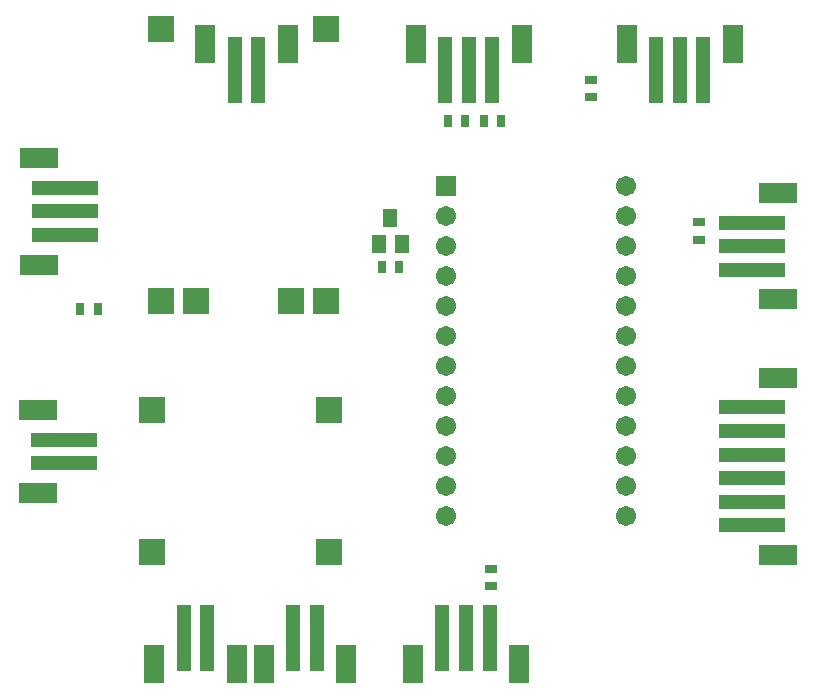
<source format=gts>
G04*
G04 #@! TF.GenerationSoftware,Altium Limited,Altium Designer,19.0.9 (268)*
G04*
G04 Layer_Color=8388736*
%FSLAX25Y25*%
%MOIN*%
G70*
G01*
G75*
%ADD15R,0.04737X0.06312*%
%ADD16R,0.12611X0.07099*%
%ADD17R,0.22453X0.04737*%
%ADD18R,0.07099X0.12611*%
%ADD19R,0.04737X0.22453*%
%ADD20R,0.02965X0.04343*%
%ADD21R,0.04343X0.02965*%
%ADD22C,0.06706*%
%ADD23R,0.06706X0.06706*%
%ADD24R,0.08674X0.08674*%
D15*
X123760Y153169D02*
D03*
X131240D02*
D03*
X127500Y161831D02*
D03*
D16*
X256831Y108528D02*
D03*
Y49472D02*
D03*
X10289Y181717D02*
D03*
Y146283D02*
D03*
X256831Y134658D02*
D03*
Y170091D02*
D03*
X10169Y97780D02*
D03*
Y70221D02*
D03*
D17*
X248169Y98685D02*
D03*
Y90811D02*
D03*
Y82937D02*
D03*
Y59315D02*
D03*
Y67189D02*
D03*
Y75063D02*
D03*
X18950Y171874D02*
D03*
Y164000D02*
D03*
Y156126D02*
D03*
X248169Y144500D02*
D03*
Y152374D02*
D03*
Y160248D02*
D03*
X18831Y80063D02*
D03*
Y87937D02*
D03*
D18*
X170433Y13000D02*
D03*
X135000D02*
D03*
X206283Y219831D02*
D03*
X241717D02*
D03*
X135909D02*
D03*
X171343D02*
D03*
X112779Y13000D02*
D03*
X85220D02*
D03*
X48720D02*
D03*
X76279D02*
D03*
X65720Y219831D02*
D03*
X93279D02*
D03*
D19*
X160591Y21661D02*
D03*
X152717D02*
D03*
X144843D02*
D03*
X216126Y211169D02*
D03*
X224000D02*
D03*
X231874D02*
D03*
X145752D02*
D03*
X153626D02*
D03*
X161500D02*
D03*
X95063Y21661D02*
D03*
X102937D02*
D03*
X66437D02*
D03*
X58563D02*
D03*
X83437Y211169D02*
D03*
X75563D02*
D03*
D20*
X29953Y131500D02*
D03*
X24047D02*
D03*
X146547Y194000D02*
D03*
X152453D02*
D03*
X164453D02*
D03*
X158547D02*
D03*
X124547Y145500D02*
D03*
X130453D02*
D03*
D21*
X230500Y154547D02*
D03*
Y160453D02*
D03*
X194500Y202047D02*
D03*
Y207953D02*
D03*
X161000Y44953D02*
D03*
Y39047D02*
D03*
D22*
X206000Y172500D02*
D03*
Y162500D02*
D03*
Y152500D02*
D03*
Y142500D02*
D03*
Y132500D02*
D03*
Y122500D02*
D03*
Y112500D02*
D03*
Y102500D02*
D03*
Y92500D02*
D03*
Y82500D02*
D03*
Y72500D02*
D03*
Y62500D02*
D03*
X146000D02*
D03*
Y72500D02*
D03*
Y82500D02*
D03*
Y92500D02*
D03*
Y102500D02*
D03*
Y112500D02*
D03*
Y122500D02*
D03*
Y132500D02*
D03*
Y142500D02*
D03*
Y152500D02*
D03*
Y162500D02*
D03*
D23*
Y172500D02*
D03*
D24*
X107000Y97744D02*
D03*
Y50500D02*
D03*
X47945Y97744D02*
D03*
Y50500D02*
D03*
X106059Y134224D02*
D03*
X50941D02*
D03*
X62752D02*
D03*
X94248D02*
D03*
X50941Y224776D02*
D03*
X106059D02*
D03*
M02*

</source>
